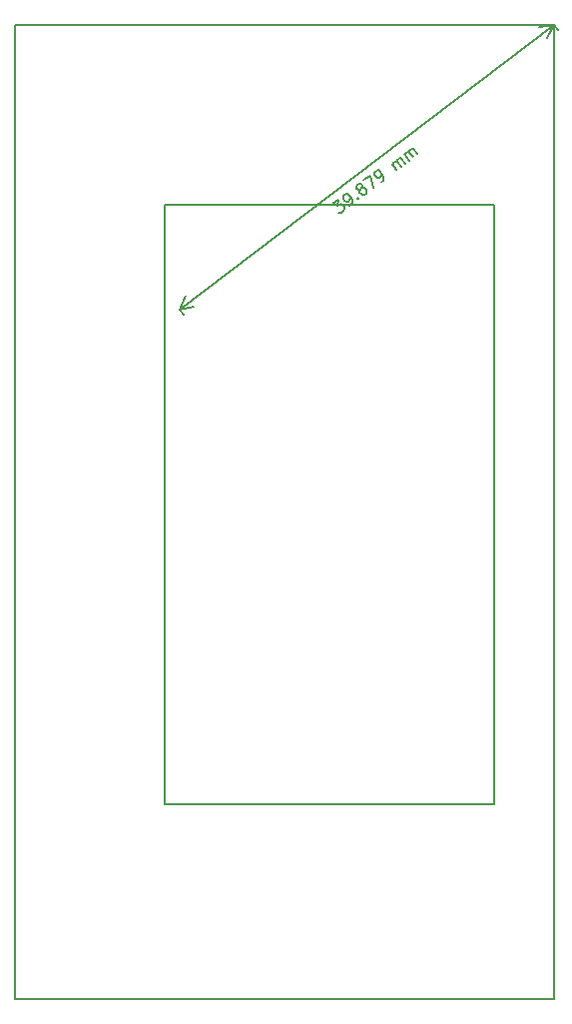
<source format=gbr>
%TF.GenerationSoftware,KiCad,Pcbnew,(5.1.10)-1*%
%TF.CreationDate,2021-10-03T01:52:35+02:00*%
%TF.ProjectId,no 1,6e6f2031-2e6b-4696-9361-645f70636258,rev?*%
%TF.SameCoordinates,Original*%
%TF.FileFunction,OtherDrawing,Comment*%
%FSLAX46Y46*%
G04 Gerber Fmt 4.6, Leading zero omitted, Abs format (unit mm)*
G04 Created by KiCad (PCBNEW (5.1.10)-1) date 2021-10-03 01:52:35*
%MOMM*%
%LPD*%
G01*
G04 APERTURE LIST*
%ADD10C,0.150000*%
G04 APERTURE END LIST*
D10*
X217463954Y-81239604D02*
X217956816Y-80865029D01*
X217921936Y-81370023D01*
X218035674Y-81283582D01*
X218140312Y-81263868D01*
X218207038Y-81272967D01*
X218302578Y-81319978D01*
X218446645Y-81509541D01*
X218466360Y-81614179D01*
X218457261Y-81680905D01*
X218410249Y-81776445D01*
X218182774Y-81949326D01*
X218078136Y-81969040D01*
X218011410Y-81959941D01*
X218941024Y-81373056D02*
X219092674Y-81257802D01*
X219139686Y-81162262D01*
X219148785Y-81095536D01*
X219138169Y-80924172D01*
X219060828Y-80743709D01*
X218830320Y-80440409D01*
X218734780Y-80393397D01*
X218668054Y-80384298D01*
X218563416Y-80404013D01*
X218411766Y-80519267D01*
X218364754Y-80614806D01*
X218355655Y-80681532D01*
X218375370Y-80786171D01*
X218519437Y-80975733D01*
X218614977Y-81022745D01*
X218681703Y-81031844D01*
X218786341Y-81012129D01*
X218937991Y-80896875D01*
X218985003Y-80801336D01*
X218994102Y-80734610D01*
X218974387Y-80629971D01*
X219603734Y-80749775D02*
X219670460Y-80758874D01*
X219661361Y-80825600D01*
X219594635Y-80816501D01*
X219603734Y-80749775D01*
X219661361Y-80825600D01*
X219808462Y-79996074D02*
X219703823Y-80015789D01*
X219637097Y-80006690D01*
X219541558Y-79959678D01*
X219512744Y-79921766D01*
X219493030Y-79817127D01*
X219502129Y-79750402D01*
X219549140Y-79654862D01*
X219700790Y-79539608D01*
X219805429Y-79519894D01*
X219872155Y-79528993D01*
X219967694Y-79576004D01*
X219996508Y-79613917D01*
X220016222Y-79718555D01*
X220007123Y-79785281D01*
X219960112Y-79880820D01*
X219808462Y-79996074D01*
X219761450Y-80091614D01*
X219752351Y-80158340D01*
X219772066Y-80262978D01*
X219887320Y-80414628D01*
X219982859Y-80461640D01*
X220049585Y-80470739D01*
X220154224Y-80451024D01*
X220305874Y-80335770D01*
X220352885Y-80240231D01*
X220361984Y-80173505D01*
X220342270Y-80068866D01*
X220227016Y-79917216D01*
X220131476Y-79870205D01*
X220064750Y-79861106D01*
X219960112Y-79880820D01*
X220117828Y-79222660D02*
X220648602Y-78819271D01*
X220912473Y-79874754D01*
X221594898Y-79356112D02*
X221746548Y-79240858D01*
X221793559Y-79145318D01*
X221802658Y-79078592D01*
X221792043Y-78907228D01*
X221714702Y-78726764D01*
X221484194Y-78423465D01*
X221388654Y-78376453D01*
X221321928Y-78367354D01*
X221217290Y-78387069D01*
X221065640Y-78502322D01*
X221018628Y-78597862D01*
X221009529Y-78664588D01*
X221029244Y-78769226D01*
X221173311Y-78958789D01*
X221268851Y-79005800D01*
X221335577Y-79014899D01*
X221440215Y-78995185D01*
X221591865Y-78879931D01*
X221638877Y-78784391D01*
X221647976Y-78717665D01*
X221628261Y-78613027D01*
X222921835Y-78347640D02*
X222518446Y-77816865D01*
X222576073Y-77892690D02*
X222585172Y-77825964D01*
X222632184Y-77730424D01*
X222745921Y-77643984D01*
X222850560Y-77624269D01*
X222946099Y-77671281D01*
X223263047Y-78088318D01*
X222946099Y-77671281D02*
X222926385Y-77566642D01*
X222973396Y-77471103D01*
X223087133Y-77384662D01*
X223191772Y-77364948D01*
X223287311Y-77411959D01*
X223604260Y-77828997D01*
X223983385Y-77540862D02*
X223579996Y-77010087D01*
X223637623Y-77085912D02*
X223646722Y-77019186D01*
X223693733Y-76923647D01*
X223807471Y-76837206D01*
X223912109Y-76817492D01*
X224007649Y-76864503D01*
X224324597Y-77281540D01*
X224007649Y-76864503D02*
X223987934Y-76759865D01*
X224034946Y-76664325D01*
X224148683Y-76577885D01*
X224253322Y-76558170D01*
X224348861Y-76605182D01*
X224665809Y-77022219D01*
X204470000Y-90170000D02*
X236220000Y-66040000D01*
X204470000Y-90170000D02*
X204824833Y-90636886D01*
X236220000Y-66040000D02*
X236574833Y-66506886D01*
X236220000Y-66040000D02*
X235677954Y-67188515D01*
X236220000Y-66040000D02*
X234968287Y-66254743D01*
X204470000Y-90170000D02*
X205721713Y-89955257D01*
X204470000Y-90170000D02*
X205012046Y-89021485D01*
X231140000Y-81280000D02*
X231140000Y-132080000D01*
X231140000Y-81280000D02*
X203200000Y-81280000D01*
X203200000Y-132080000D02*
X231140000Y-132080000D01*
X203200000Y-81280000D02*
X203200000Y-132080000D01*
X190500000Y-148590000D02*
X236220000Y-148590000D01*
X190500000Y-148590000D02*
X190500000Y-137160000D01*
X190500000Y-66040000D02*
X190500000Y-137160000D01*
X236220000Y-66040000D02*
X236220000Y-148590000D01*
X190500000Y-66040000D02*
X236220000Y-66040000D01*
M02*

</source>
